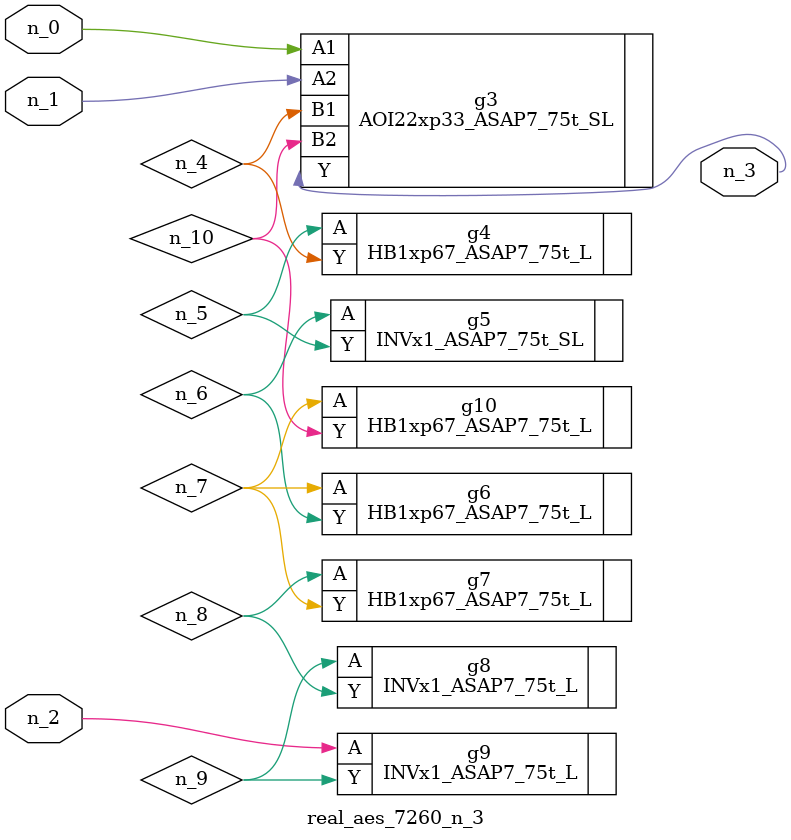
<source format=v>
module real_aes_7260_n_3 (n_0, n_2, n_1, n_3);
input n_0;
input n_2;
input n_1;
output n_3;
wire n_4;
wire n_5;
wire n_7;
wire n_8;
wire n_6;
wire n_9;
wire n_10;
AOI22xp33_ASAP7_75t_SL g3 ( .A1(n_0), .A2(n_1), .B1(n_4), .B2(n_10), .Y(n_3) );
INVx1_ASAP7_75t_L g9 ( .A(n_2), .Y(n_9) );
HB1xp67_ASAP7_75t_L g4 ( .A(n_5), .Y(n_4) );
INVx1_ASAP7_75t_SL g5 ( .A(n_6), .Y(n_5) );
HB1xp67_ASAP7_75t_L g6 ( .A(n_7), .Y(n_6) );
HB1xp67_ASAP7_75t_L g10 ( .A(n_7), .Y(n_10) );
HB1xp67_ASAP7_75t_L g7 ( .A(n_8), .Y(n_7) );
INVx1_ASAP7_75t_L g8 ( .A(n_9), .Y(n_8) );
endmodule
</source>
